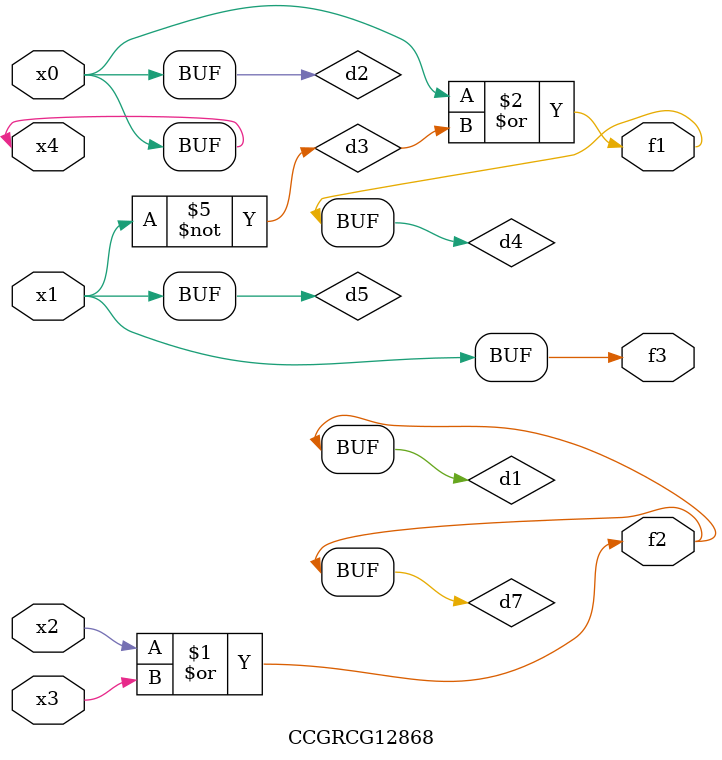
<source format=v>
module CCGRCG12868(
	input x0, x1, x2, x3, x4,
	output f1, f2, f3
);

	wire d1, d2, d3, d4, d5, d6, d7;

	or (d1, x2, x3);
	buf (d2, x0, x4);
	not (d3, x1);
	or (d4, d2, d3);
	not (d5, d3);
	nand (d6, d1, d3);
	or (d7, d1);
	assign f1 = d4;
	assign f2 = d7;
	assign f3 = d5;
endmodule

</source>
